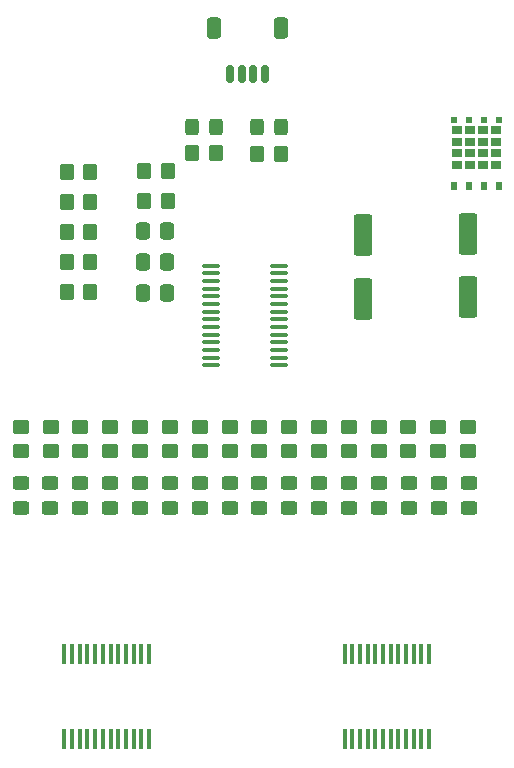
<source format=gbr>
%TF.GenerationSoftware,KiCad,Pcbnew,8.0.1*%
%TF.CreationDate,2024-04-15T16:31:12+02:00*%
%TF.ProjectId,ultimate_motor_board,756c7469-6d61-4746-955f-6d6f746f725f,0.1*%
%TF.SameCoordinates,Original*%
%TF.FileFunction,Paste,Top*%
%TF.FilePolarity,Positive*%
%FSLAX46Y46*%
G04 Gerber Fmt 4.6, Leading zero omitted, Abs format (unit mm)*
G04 Created by KiCad (PCBNEW 8.0.1) date 2024-04-15 16:31:12*
%MOMM*%
%LPD*%
G01*
G04 APERTURE LIST*
G04 Aperture macros list*
%AMRoundRect*
0 Rectangle with rounded corners*
0 $1 Rounding radius*
0 $2 $3 $4 $5 $6 $7 $8 $9 X,Y pos of 4 corners*
0 Add a 4 corners polygon primitive as box body*
4,1,4,$2,$3,$4,$5,$6,$7,$8,$9,$2,$3,0*
0 Add four circle primitives for the rounded corners*
1,1,$1+$1,$2,$3*
1,1,$1+$1,$4,$5*
1,1,$1+$1,$6,$7*
1,1,$1+$1,$8,$9*
0 Add four rect primitives between the rounded corners*
20,1,$1+$1,$2,$3,$4,$5,0*
20,1,$1+$1,$4,$5,$6,$7,0*
20,1,$1+$1,$6,$7,$8,$9,0*
20,1,$1+$1,$8,$9,$2,$3,0*%
G04 Aperture macros list end*
%ADD10RoundRect,0.250000X-0.450000X0.325000X-0.450000X-0.325000X0.450000X-0.325000X0.450000X0.325000X0*%
%ADD11RoundRect,0.250000X0.450000X-0.350000X0.450000X0.350000X-0.450000X0.350000X-0.450000X-0.350000X0*%
%ADD12R,0.450000X1.750000*%
%ADD13RoundRect,0.250000X-0.350000X-0.450000X0.350000X-0.450000X0.350000X0.450000X-0.350000X0.450000X0*%
%ADD14R,0.900000X0.780000*%
%ADD15R,0.500000X0.650000*%
%ADD16R,0.500000X0.550000*%
%ADD17RoundRect,0.250000X-0.325000X-0.450000X0.325000X-0.450000X0.325000X0.450000X-0.325000X0.450000X0*%
%ADD18RoundRect,0.250000X0.325000X0.450000X-0.325000X0.450000X-0.325000X-0.450000X0.325000X-0.450000X0*%
%ADD19RoundRect,0.250000X-0.550000X1.500000X-0.550000X-1.500000X0.550000X-1.500000X0.550000X1.500000X0*%
%ADD20RoundRect,0.100000X-0.637500X-0.100000X0.637500X-0.100000X0.637500X0.100000X-0.637500X0.100000X0*%
%ADD21RoundRect,0.250000X0.350000X0.450000X-0.350000X0.450000X-0.350000X-0.450000X0.350000X-0.450000X0*%
%ADD22RoundRect,0.150000X0.150000X0.625000X-0.150000X0.625000X-0.150000X-0.625000X0.150000X-0.625000X0*%
%ADD23RoundRect,0.250000X0.350000X0.650000X-0.350000X0.650000X-0.350000X-0.650000X0.350000X-0.650000X0*%
%ADD24RoundRect,0.250000X0.337500X0.475000X-0.337500X0.475000X-0.337500X-0.475000X0.337500X-0.475000X0*%
G04 APERTURE END LIST*
D10*
%TO.C,D14*%
X132299682Y-89950000D03*
X132299682Y-92000000D03*
%TD*%
D11*
%TO.C,R20*%
X129750000Y-87200000D03*
X129750000Y-85200000D03*
%TD*%
%TO.C,R23*%
X137325000Y-87200000D03*
X137325000Y-85200000D03*
%TD*%
D10*
%TO.C,D4*%
X107009062Y-89950000D03*
X107009062Y-92000000D03*
%TD*%
D11*
%TO.C,R12*%
X109550000Y-87200000D03*
X109550000Y-85200000D03*
%TD*%
%TO.C,R18*%
X124700000Y-87200000D03*
X124700000Y-85200000D03*
%TD*%
D10*
%TO.C,D15*%
X134828744Y-89950000D03*
X134828744Y-92000000D03*
%TD*%
%TO.C,D6*%
X112067186Y-89950000D03*
X112067186Y-92000000D03*
%TD*%
D12*
%TO.C,U2*%
X108200000Y-111620000D03*
X108850000Y-111620000D03*
X109500000Y-111620000D03*
X110150000Y-111620000D03*
X110800000Y-111620000D03*
X111450000Y-111620000D03*
X112100000Y-111620000D03*
X112750000Y-111620000D03*
X113400000Y-111620000D03*
X114050000Y-111620000D03*
X114700000Y-111620000D03*
X115350000Y-111620000D03*
X115350000Y-104420000D03*
X114700000Y-104420000D03*
X114050000Y-104420000D03*
X113400000Y-104420000D03*
X112750000Y-104420000D03*
X112100000Y-104420000D03*
X111450000Y-104420000D03*
X110800000Y-104420000D03*
X110150000Y-104420000D03*
X109500000Y-104420000D03*
X108850000Y-104420000D03*
X108200000Y-104420000D03*
%TD*%
D11*
%TO.C,R13*%
X112075000Y-87200000D03*
X112075000Y-85200000D03*
%TD*%
D13*
%TO.C,R3*%
X108400000Y-66100000D03*
X110400000Y-66100000D03*
%TD*%
D14*
%TO.C,Q1*%
X141400000Y-62980000D03*
X142500000Y-62980000D03*
X143600000Y-62980000D03*
X144700000Y-62980000D03*
X141400000Y-62000000D03*
X142500000Y-62000000D03*
X143600000Y-62000000D03*
X144700000Y-62000000D03*
X141400000Y-61020000D03*
X142500000Y-61020000D03*
X143600000Y-61020000D03*
X144700000Y-61020000D03*
X141400000Y-60040000D03*
X142500000Y-60040000D03*
X143600000Y-60040000D03*
X144700000Y-60040000D03*
D15*
X141145000Y-64730000D03*
X142415000Y-64730000D03*
X143685000Y-64730000D03*
X144955000Y-64730000D03*
D16*
X141145000Y-59180000D03*
X142415000Y-59180000D03*
X143685000Y-59180000D03*
X144955000Y-59180000D03*
%TD*%
D17*
%TO.C,D2*%
X124475000Y-59800000D03*
X126525000Y-59800000D03*
%TD*%
D11*
%TO.C,R21*%
X132275000Y-87200000D03*
X132275000Y-85200000D03*
%TD*%
%TO.C,R19*%
X127225000Y-87200000D03*
X127225000Y-85200000D03*
%TD*%
%TO.C,R22*%
X134800000Y-87200000D03*
X134800000Y-85200000D03*
%TD*%
D10*
%TO.C,D5*%
X109538124Y-89950000D03*
X109538124Y-92000000D03*
%TD*%
D11*
%TO.C,R16*%
X119650000Y-87200000D03*
X119650000Y-85200000D03*
%TD*%
D10*
%TO.C,D10*%
X122183434Y-89950000D03*
X122183434Y-92000000D03*
%TD*%
%TO.C,D18*%
X142415930Y-89950000D03*
X142415930Y-92000000D03*
%TD*%
D11*
%TO.C,R11*%
X107025000Y-87200000D03*
X107025000Y-85200000D03*
%TD*%
%TO.C,R15*%
X117125000Y-87200000D03*
X117125000Y-85200000D03*
%TD*%
D10*
%TO.C,D11*%
X124712496Y-89950000D03*
X124712496Y-92000000D03*
%TD*%
D18*
%TO.C,D1*%
X121025000Y-59800000D03*
X118975000Y-59800000D03*
%TD*%
D19*
%TO.C,C1*%
X142400000Y-68800000D03*
X142400000Y-74200000D03*
%TD*%
D11*
%TO.C,R14*%
X114600000Y-87200000D03*
X114600000Y-85200000D03*
%TD*%
D10*
%TO.C,D7*%
X114596248Y-89950000D03*
X114596248Y-92000000D03*
%TD*%
D11*
%TO.C,R17*%
X122175000Y-87200000D03*
X122175000Y-85200000D03*
%TD*%
D20*
%TO.C,U1*%
X120637500Y-71500000D03*
X120637500Y-72150000D03*
X120637500Y-72800000D03*
X120637500Y-73450000D03*
X120637500Y-74100000D03*
X120637500Y-74750000D03*
X120637500Y-75400000D03*
X120637500Y-76050000D03*
X120637500Y-76700000D03*
X120637500Y-77350000D03*
X120637500Y-78000000D03*
X120637500Y-78650000D03*
X120637500Y-79300000D03*
X120637500Y-79950000D03*
X126362500Y-79950000D03*
X126362500Y-79300000D03*
X126362500Y-78650000D03*
X126362500Y-78000000D03*
X126362500Y-77350000D03*
X126362500Y-76700000D03*
X126362500Y-76050000D03*
X126362500Y-75400000D03*
X126362500Y-74750000D03*
X126362500Y-74100000D03*
X126362500Y-73450000D03*
X126362500Y-72800000D03*
X126362500Y-72150000D03*
X126362500Y-71500000D03*
%TD*%
D10*
%TO.C,D8*%
X117125310Y-89950000D03*
X117125310Y-92000000D03*
%TD*%
%TO.C,D13*%
X129770620Y-89950000D03*
X129770620Y-92000000D03*
%TD*%
D13*
%TO.C,R6*%
X108400000Y-71180000D03*
X110400000Y-71180000D03*
%TD*%
%TO.C,R1*%
X108400000Y-63560000D03*
X110400000Y-63560000D03*
%TD*%
D21*
%TO.C,R4*%
X116962500Y-66027500D03*
X114962500Y-66027500D03*
%TD*%
D22*
%TO.C,J10*%
X125200000Y-55300000D03*
X124200000Y-55300000D03*
X123200000Y-55300000D03*
X122200000Y-55300000D03*
D23*
X126500000Y-51425000D03*
X120900000Y-51425000D03*
%TD*%
D10*
%TO.C,D16*%
X137357806Y-89950000D03*
X137357806Y-92000000D03*
%TD*%
D24*
%TO.C,C4*%
X116900000Y-71202500D03*
X114825000Y-71202500D03*
%TD*%
D21*
%TO.C,R2*%
X116962500Y-63485000D03*
X114962500Y-63485000D03*
%TD*%
%TO.C,R8*%
X121000000Y-62000000D03*
X119000000Y-62000000D03*
%TD*%
D13*
%TO.C,R9*%
X124500000Y-62100000D03*
X126500000Y-62100000D03*
%TD*%
D11*
%TO.C,R24*%
X139850000Y-87200000D03*
X139850000Y-85200000D03*
%TD*%
D13*
%TO.C,R5*%
X108400000Y-68640000D03*
X110400000Y-68640000D03*
%TD*%
D12*
%TO.C,U3*%
X131925000Y-111620000D03*
X132575000Y-111620000D03*
X133225000Y-111620000D03*
X133875000Y-111620000D03*
X134525000Y-111620000D03*
X135175000Y-111620000D03*
X135825000Y-111620000D03*
X136475000Y-111620000D03*
X137125000Y-111620000D03*
X137775000Y-111620000D03*
X138425000Y-111620000D03*
X139075000Y-111620000D03*
X139075000Y-104420000D03*
X138425000Y-104420000D03*
X137775000Y-104420000D03*
X137125000Y-104420000D03*
X136475000Y-104420000D03*
X135825000Y-104420000D03*
X135175000Y-104420000D03*
X134525000Y-104420000D03*
X133875000Y-104420000D03*
X133225000Y-104420000D03*
X132575000Y-104420000D03*
X131925000Y-104420000D03*
%TD*%
D11*
%TO.C,R10*%
X104500000Y-87200000D03*
X104500000Y-85200000D03*
%TD*%
D10*
%TO.C,D3*%
X104480000Y-89950000D03*
X104480000Y-92000000D03*
%TD*%
%TO.C,D17*%
X139886868Y-89950000D03*
X139886868Y-92000000D03*
%TD*%
%TO.C,D9*%
X119654372Y-89950000D03*
X119654372Y-92000000D03*
%TD*%
D19*
%TO.C,C2*%
X133500000Y-68900000D03*
X133500000Y-74300000D03*
%TD*%
D24*
%TO.C,C3*%
X116900000Y-73805000D03*
X114825000Y-73805000D03*
%TD*%
%TO.C,C5*%
X116900000Y-68600000D03*
X114825000Y-68600000D03*
%TD*%
D10*
%TO.C,D12*%
X127241558Y-89950000D03*
X127241558Y-92000000D03*
%TD*%
D11*
%TO.C,R25*%
X142375000Y-87200000D03*
X142375000Y-85200000D03*
%TD*%
D13*
%TO.C,R7*%
X108400000Y-73720000D03*
X110400000Y-73720000D03*
%TD*%
M02*

</source>
